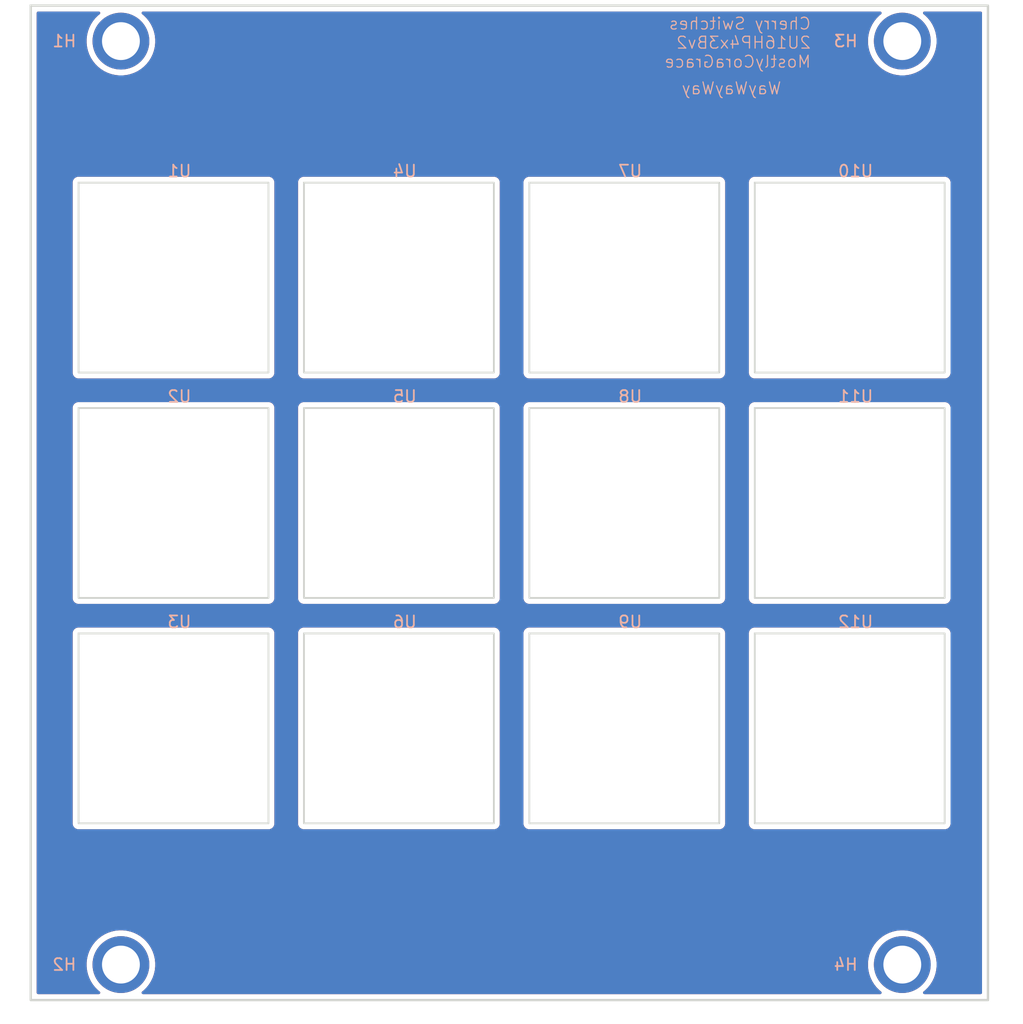
<source format=kicad_pcb>
(kicad_pcb (version 20241229) (generator "pcbnew") (generator_version "9.0")
  (layers (0 "F.Cu" signal) (2 "B.Cu" signal) (13 "F.Paste" user) (15 "B.Paste" user) (5 "F.SilkS" user "F.Silkscreen") (7 "B.SilkS" user "B.Silkscreen") (1 "F.Mask" user) (3 "B.Mask" user) (25 "Edge.Cuts" user))
  (net 0 "")
  (footprint "EXC:SW_Cherry_MX_1.00u_Clearance" (layer "F.Cu") (at 69.215 25.4125)
    (property "Reference" "U10" (at 0.5 -9 0) (layer "B.SilkS") (effects (justify mirror)))
    (property "Value" "~")
    (fp_rect (start -8.025 -8.025) (end 8.025 8.025) (stroke (width 0.15)) (fill no) (layer "Edge.Cuts"))
  )
  (footprint "EXC:MountingHole_3.2mm_M3" (layer "F.Cu") (at 73.66 83.475)
    (property "Reference" "H4" (at -3.683 0 0) (layer "B.SilkS") (effects (justify left mirror)))
    (property "Value" "Eurorack_M3_MountingHole")
    (pad "" thru_hole circle (at 0 0) (size 4.8 4.8) (drill 3.2) (layers "*.Cu" "*.Mask"))
  )
  (footprint "EXC:SW_Cherry_MX_1.00u_Clearance" (layer "F.Cu") (at 31.115 25.4125)
    (property "Reference" "U4" (at 0.5 -9 0) (layer "B.SilkS") (effects (justify mirror)))
    (property "Value" "~")
    (fp_rect (start -8.025 -8.025) (end 8.025 8.025) (stroke (width 0.15)) (fill no) (layer "Edge.Cuts"))
  )
  (footprint "EXC:SW_Cherry_MX_1.00u_Clearance" (layer "F.Cu") (at 50.165 25.4125)
    (property "Reference" "U7" (at 0.5 -9 0) (layer "B.SilkS") (effects (justify mirror)))
    (property "Value" "~")
    (fp_rect (start -8.025 -8.025) (end 8.025 8.025) (stroke (width 0.15)) (fill no) (layer "Edge.Cuts"))
  )
  (footprint "EXC:SW_Cherry_MX_1.00u_Clearance" (layer "F.Cu") (at 12.065 44.4625)
    (property "Reference" "U2" (at 0.5 -9 0) (layer "B.SilkS") (effects (justify mirror)))
    (property "Value" "~")
    (fp_rect (start -8.025 -8.025) (end 8.025 8.025) (stroke (width 0.15)) (fill no) (layer "Edge.Cuts"))
  )
  (footprint "EXC:SW_Cherry_MX_1.00u_Clearance" (layer "F.Cu") (at 50.165 44.4625)
    (property "Reference" "U8" (at 0.5 -9 0) (layer "B.SilkS") (effects (justify mirror)))
    (property "Value" "~")
    (fp_rect (start -8.025 -8.025) (end 8.025 8.025) (stroke (width 0.15)) (fill no) (layer "Edge.Cuts"))
  )
  (footprint "EXC:SW_Cherry_MX_1.00u_Clearance" (layer "F.Cu") (at 69.215 63.5125)
    (property "Reference" "U12" (at 0.5 -9 0) (layer "B.SilkS") (effects (justify mirror)))
    (property "Value" "~")
    (fp_rect (start -8.025 -8.025) (end 8.025 8.025) (stroke (width 0.15)) (fill no) (layer "Edge.Cuts"))
  )
  (footprint "EXC:SW_Cherry_MX_1.00u_Clearance" (layer "F.Cu") (at 31.115 44.4625)
    (property "Reference" "U5" (at 0.5 -9 0) (layer "B.SilkS") (effects (justify mirror)))
    (property "Value" "~")
    (fp_rect (start -8.025 -8.025) (end 8.025 8.025) (stroke (width 0.15)) (fill no) (layer "Edge.Cuts"))
  )
  (footprint "EXC:SW_Cherry_MX_1.00u_Clearance" (layer "F.Cu") (at 50.165 63.5125)
    (property "Reference" "U9" (at 0.5 -9 0) (layer "B.SilkS") (effects (justify mirror)))
    (property "Value" "~")
    (fp_rect (start -8.025 -8.025) (end 8.025 8.025) (stroke (width 0.15)) (fill no) (layer "Edge.Cuts"))
  )
  (footprint "EXC:MountingHole_3.2mm_M3" (layer "F.Cu") (at 73.66 5.425)
    (property "Reference" "H3" (at -3.683 0 0) (layer "B.SilkS") (effects (justify left mirror)))
    (property "Value" "Eurorack_M3_MountingHole")
    (pad "" thru_hole circle (at 0 0) (size 4.8 4.8) (drill 3.2) (layers "*.Cu" "*.Mask"))
  )
  (footprint "EXC:SW_Cherry_MX_1.00u_Clearance" (layer "F.Cu") (at 12.065 63.5125)
    (property "Reference" "U3" (at 0.5 -9 0) (layer "B.SilkS") (effects (justify mirror)))
    (property "Value" "~")
    (fp_rect (start -8.025 -8.025) (end 8.025 8.025) (stroke (width 0.15)) (fill no) (layer "Edge.Cuts"))
  )
  (footprint "EXC:MountingHole_3.2mm_M3" (layer "F.Cu") (at 7.62 5.425)
    (property "Reference" "H1" (at -3.683 0 0) (layer "B.SilkS") (effects (justify left mirror)))
    (property "Value" "Eurorack_M3_MountingHole")
    (pad "" thru_hole circle (at 0 0) (size 4.8 4.8) (drill 3.2) (layers "*.Cu" "*.Mask"))
  )
  (footprint "EXC:SW_Cherry_MX_1.00u_Clearance" (layer "F.Cu") (at 69.215 44.4625)
    (property "Reference" "U11" (at 0.5 -9 0) (layer "B.SilkS") (effects (justify mirror)))
    (property "Value" "~")
    (fp_rect (start -8.025 -8.025) (end 8.025 8.025) (stroke (width 0.15)) (fill no) (layer "Edge.Cuts"))
  )
  (footprint "EXC:SW_Cherry_MX_1.00u_Clearance" (layer "F.Cu") (at 31.115 63.5125)
    (property "Reference" "U6" (at 0.5 -9 0) (layer "B.SilkS") (effects (justify mirror)))
    (property "Value" "~")
    (fp_rect (start -8.025 -8.025) (end 8.025 8.025) (stroke (width 0.15)) (fill no) (layer "Edge.Cuts"))
  )
  (footprint "EXC:MountingHole_3.2mm_M3" (layer "F.Cu") (at 7.62 83.475)
    (property "Reference" "H2" (at -3.683 0 0) (layer "B.SilkS") (effects (justify left mirror)))
    (property "Value" "Eurorack_M3_MountingHole")
    (pad "" thru_hole circle (at 0 0) (size 4.8 4.8) (drill 3.2) (layers "*.Cu" "*.Mask"))
  )
  (footprint "EXC:SW_Cherry_MX_1.00u_Clearance" (layer "F.Cu") (at 12.065 25.4125)
    (property "Reference" "U1" (at 0.5 -9 0) (layer "B.SilkS") (effects (justify mirror)))
    (property "Value" "~")
    (fp_rect (start -8.025 -8.025) (end 8.025 8.025) (stroke (width 0.15)) (fill no) (layer "Edge.Cuts"))
  )
  (gr_rect (start 0 2.425) (end 80.9 86.475) (stroke (width 0.2)) (fill no) (layer "Edge.Cuts"))
  (gr_text "Cherry Switches\n2U16HP4x3Bv2\nMostlyCoraGrace" (at 66 7.75 0) (layer "B.SilkS") (effects (font (size 1 1) (thickness 0.1)) (justify left bottom mirror)))
  (gr_text "WayWayWay" (at 63.5 10 0) (layer "B.SilkS") (effects (font (size 1 1) (thickness 0.1)) (justify left bottom mirror)))
  (zone (net 0) (net_name "") (layers "F.Cu" "B.Cu") (connect_pads (clearance 0.5)) (min_thickness 0.25) (fill yes (thermal_gap 0.5) (thermal_bridge_width 0.5) (island_removal_mode 1) (island_area_min 10))
    (polygon (pts (xy 0 2.425) (xy 80.9 2.425) (xy 80.9 86.475) (xy 0 86.475)))
  )
)
</source>
